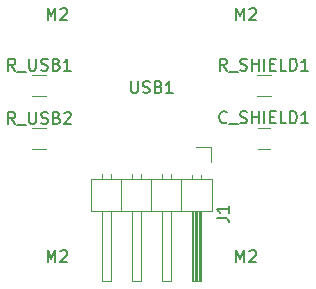
<source format=gto>
G04 #@! TF.GenerationSoftware,KiCad,Pcbnew,(5.0.2)-1*
G04 #@! TF.CreationDate,2019-01-03T01:23:23-08:00*
G04 #@! TF.ProjectId,usb breakouts,75736220-6272-4656-916b-6f7574732e6b,rev?*
G04 #@! TF.SameCoordinates,Original*
G04 #@! TF.FileFunction,Legend,Top*
G04 #@! TF.FilePolarity,Positive*
%FSLAX46Y46*%
G04 Gerber Fmt 4.6, Leading zero omitted, Abs format (unit mm)*
G04 Created by KiCad (PCBNEW (5.0.2)-1) date 1/3/2019 1:23:23 AM*
%MOMM*%
%LPD*%
G01*
G04 APERTURE LIST*
%ADD10C,0.120000*%
%ADD11C,0.150000*%
G04 APERTURE END LIST*
D10*
G04 #@! TO.C,C_SHIELD1*
X23000000Y-13850000D02*
X24000000Y-13850000D01*
X24000000Y-12150000D02*
X23000000Y-12150000D01*
G04 #@! TO.C,J1*
X19070000Y-13730000D02*
X19070000Y-15000000D01*
X17800000Y-13730000D02*
X19070000Y-13730000D01*
X9800000Y-16042929D02*
X9800000Y-16440000D01*
X10560000Y-16042929D02*
X10560000Y-16440000D01*
X9800000Y-25100000D02*
X9800000Y-19100000D01*
X10560000Y-25100000D02*
X9800000Y-25100000D01*
X10560000Y-19100000D02*
X10560000Y-25100000D01*
X11450000Y-16440000D02*
X11450000Y-19100000D01*
X12340000Y-16042929D02*
X12340000Y-16440000D01*
X13100000Y-16042929D02*
X13100000Y-16440000D01*
X12340000Y-25100000D02*
X12340000Y-19100000D01*
X13100000Y-25100000D02*
X12340000Y-25100000D01*
X13100000Y-19100000D02*
X13100000Y-25100000D01*
X13990000Y-16440000D02*
X13990000Y-19100000D01*
X14880000Y-16042929D02*
X14880000Y-16440000D01*
X15640000Y-16042929D02*
X15640000Y-16440000D01*
X14880000Y-25100000D02*
X14880000Y-19100000D01*
X15640000Y-25100000D02*
X14880000Y-25100000D01*
X15640000Y-19100000D02*
X15640000Y-25100000D01*
X16530000Y-16440000D02*
X16530000Y-19100000D01*
X17420000Y-16110000D02*
X17420000Y-16440000D01*
X18180000Y-16110000D02*
X18180000Y-16440000D01*
X17520000Y-19100000D02*
X17520000Y-25100000D01*
X17640000Y-19100000D02*
X17640000Y-25100000D01*
X17760000Y-19100000D02*
X17760000Y-25100000D01*
X17880000Y-19100000D02*
X17880000Y-25100000D01*
X18000000Y-19100000D02*
X18000000Y-25100000D01*
X18120000Y-19100000D02*
X18120000Y-25100000D01*
X17420000Y-25100000D02*
X17420000Y-19100000D01*
X18180000Y-25100000D02*
X17420000Y-25100000D01*
X18180000Y-19100000D02*
X18180000Y-25100000D01*
X19130000Y-19100000D02*
X19130000Y-16440000D01*
X8850000Y-19100000D02*
X19130000Y-19100000D01*
X8850000Y-16440000D02*
X8850000Y-19100000D01*
X19130000Y-16440000D02*
X8850000Y-16440000D01*
G04 #@! TO.C,R_SHIELD1*
X22900000Y-7620000D02*
X24100000Y-7620000D01*
X24100000Y-9380000D02*
X22900000Y-9380000D01*
G04 #@! TO.C,R_USB1*
X3900000Y-7620000D02*
X5100000Y-7620000D01*
X5100000Y-9380000D02*
X3900000Y-9380000D01*
G04 #@! TO.C,R_USB2*
X5100000Y-13880000D02*
X3900000Y-13880000D01*
X3900000Y-12120000D02*
X5100000Y-12120000D01*
G04 #@! TO.C,M2*
D11*
X21190476Y-23452380D02*
X21190476Y-22452380D01*
X21523809Y-23166666D01*
X21857142Y-22452380D01*
X21857142Y-23452380D01*
X22285714Y-22547619D02*
X22333333Y-22500000D01*
X22428571Y-22452380D01*
X22666666Y-22452380D01*
X22761904Y-22500000D01*
X22809523Y-22547619D01*
X22857142Y-22642857D01*
X22857142Y-22738095D01*
X22809523Y-22880952D01*
X22238095Y-23452380D01*
X22857142Y-23452380D01*
X5190476Y-23452380D02*
X5190476Y-22452380D01*
X5523809Y-23166666D01*
X5857142Y-22452380D01*
X5857142Y-23452380D01*
X6285714Y-22547619D02*
X6333333Y-22500000D01*
X6428571Y-22452380D01*
X6666666Y-22452380D01*
X6761904Y-22500000D01*
X6809523Y-22547619D01*
X6857142Y-22642857D01*
X6857142Y-22738095D01*
X6809523Y-22880952D01*
X6238095Y-23452380D01*
X6857142Y-23452380D01*
X21190476Y-2952380D02*
X21190476Y-1952380D01*
X21523809Y-2666666D01*
X21857142Y-1952380D01*
X21857142Y-2952380D01*
X22285714Y-2047619D02*
X22333333Y-2000000D01*
X22428571Y-1952380D01*
X22666666Y-1952380D01*
X22761904Y-2000000D01*
X22809523Y-2047619D01*
X22857142Y-2142857D01*
X22857142Y-2238095D01*
X22809523Y-2380952D01*
X22238095Y-2952380D01*
X22857142Y-2952380D01*
X5190476Y-2952380D02*
X5190476Y-1952380D01*
X5523809Y-2666666D01*
X5857142Y-1952380D01*
X5857142Y-2952380D01*
X6285714Y-2047619D02*
X6333333Y-2000000D01*
X6428571Y-1952380D01*
X6666666Y-1952380D01*
X6761904Y-2000000D01*
X6809523Y-2047619D01*
X6857142Y-2142857D01*
X6857142Y-2238095D01*
X6809523Y-2380952D01*
X6238095Y-2952380D01*
X6857142Y-2952380D01*
G04 #@! TO.C,C_SHIELD1*
X20357142Y-11607142D02*
X20309523Y-11654761D01*
X20166666Y-11702380D01*
X20071428Y-11702380D01*
X19928571Y-11654761D01*
X19833333Y-11559523D01*
X19785714Y-11464285D01*
X19738095Y-11273809D01*
X19738095Y-11130952D01*
X19785714Y-10940476D01*
X19833333Y-10845238D01*
X19928571Y-10750000D01*
X20071428Y-10702380D01*
X20166666Y-10702380D01*
X20309523Y-10750000D01*
X20357142Y-10797619D01*
X20547619Y-11797619D02*
X21309523Y-11797619D01*
X21500000Y-11654761D02*
X21642857Y-11702380D01*
X21880952Y-11702380D01*
X21976190Y-11654761D01*
X22023809Y-11607142D01*
X22071428Y-11511904D01*
X22071428Y-11416666D01*
X22023809Y-11321428D01*
X21976190Y-11273809D01*
X21880952Y-11226190D01*
X21690476Y-11178571D01*
X21595238Y-11130952D01*
X21547619Y-11083333D01*
X21500000Y-10988095D01*
X21500000Y-10892857D01*
X21547619Y-10797619D01*
X21595238Y-10750000D01*
X21690476Y-10702380D01*
X21928571Y-10702380D01*
X22071428Y-10750000D01*
X22500000Y-11702380D02*
X22500000Y-10702380D01*
X22500000Y-11178571D02*
X23071428Y-11178571D01*
X23071428Y-11702380D02*
X23071428Y-10702380D01*
X23547619Y-11702380D02*
X23547619Y-10702380D01*
X24023809Y-11178571D02*
X24357142Y-11178571D01*
X24500000Y-11702380D02*
X24023809Y-11702380D01*
X24023809Y-10702380D01*
X24500000Y-10702380D01*
X25404761Y-11702380D02*
X24928571Y-11702380D01*
X24928571Y-10702380D01*
X25738095Y-11702380D02*
X25738095Y-10702380D01*
X25976190Y-10702380D01*
X26119047Y-10750000D01*
X26214285Y-10845238D01*
X26261904Y-10940476D01*
X26309523Y-11130952D01*
X26309523Y-11273809D01*
X26261904Y-11464285D01*
X26214285Y-11559523D01*
X26119047Y-11654761D01*
X25976190Y-11702380D01*
X25738095Y-11702380D01*
X27261904Y-11702380D02*
X26690476Y-11702380D01*
X26976190Y-11702380D02*
X26976190Y-10702380D01*
X26880952Y-10845238D01*
X26785714Y-10940476D01*
X26690476Y-10988095D01*
G04 #@! TO.C,J1*
X19522380Y-19718333D02*
X20236666Y-19718333D01*
X20379523Y-19765952D01*
X20474761Y-19861190D01*
X20522380Y-20004047D01*
X20522380Y-20099285D01*
X20522380Y-18718333D02*
X20522380Y-19289761D01*
X20522380Y-19004047D02*
X19522380Y-19004047D01*
X19665238Y-19099285D01*
X19760476Y-19194523D01*
X19808095Y-19289761D01*
G04 #@! TO.C,R_SHIELD1*
X20357142Y-7252380D02*
X20023809Y-6776190D01*
X19785714Y-7252380D02*
X19785714Y-6252380D01*
X20166666Y-6252380D01*
X20261904Y-6300000D01*
X20309523Y-6347619D01*
X20357142Y-6442857D01*
X20357142Y-6585714D01*
X20309523Y-6680952D01*
X20261904Y-6728571D01*
X20166666Y-6776190D01*
X19785714Y-6776190D01*
X20547619Y-7347619D02*
X21309523Y-7347619D01*
X21500000Y-7204761D02*
X21642857Y-7252380D01*
X21880952Y-7252380D01*
X21976190Y-7204761D01*
X22023809Y-7157142D01*
X22071428Y-7061904D01*
X22071428Y-6966666D01*
X22023809Y-6871428D01*
X21976190Y-6823809D01*
X21880952Y-6776190D01*
X21690476Y-6728571D01*
X21595238Y-6680952D01*
X21547619Y-6633333D01*
X21500000Y-6538095D01*
X21500000Y-6442857D01*
X21547619Y-6347619D01*
X21595238Y-6300000D01*
X21690476Y-6252380D01*
X21928571Y-6252380D01*
X22071428Y-6300000D01*
X22500000Y-7252380D02*
X22500000Y-6252380D01*
X22500000Y-6728571D02*
X23071428Y-6728571D01*
X23071428Y-7252380D02*
X23071428Y-6252380D01*
X23547619Y-7252380D02*
X23547619Y-6252380D01*
X24023809Y-6728571D02*
X24357142Y-6728571D01*
X24500000Y-7252380D02*
X24023809Y-7252380D01*
X24023809Y-6252380D01*
X24500000Y-6252380D01*
X25404761Y-7252380D02*
X24928571Y-7252380D01*
X24928571Y-6252380D01*
X25738095Y-7252380D02*
X25738095Y-6252380D01*
X25976190Y-6252380D01*
X26119047Y-6300000D01*
X26214285Y-6395238D01*
X26261904Y-6490476D01*
X26309523Y-6680952D01*
X26309523Y-6823809D01*
X26261904Y-7014285D01*
X26214285Y-7109523D01*
X26119047Y-7204761D01*
X25976190Y-7252380D01*
X25738095Y-7252380D01*
X27261904Y-7252380D02*
X26690476Y-7252380D01*
X26976190Y-7252380D02*
X26976190Y-6252380D01*
X26880952Y-6395238D01*
X26785714Y-6490476D01*
X26690476Y-6538095D01*
G04 #@! TO.C,R_USB1*
X2452380Y-7252380D02*
X2119047Y-6776190D01*
X1880952Y-7252380D02*
X1880952Y-6252380D01*
X2261904Y-6252380D01*
X2357142Y-6300000D01*
X2404761Y-6347619D01*
X2452380Y-6442857D01*
X2452380Y-6585714D01*
X2404761Y-6680952D01*
X2357142Y-6728571D01*
X2261904Y-6776190D01*
X1880952Y-6776190D01*
X2642857Y-7347619D02*
X3404761Y-7347619D01*
X3642857Y-6252380D02*
X3642857Y-7061904D01*
X3690476Y-7157142D01*
X3738095Y-7204761D01*
X3833333Y-7252380D01*
X4023809Y-7252380D01*
X4119047Y-7204761D01*
X4166666Y-7157142D01*
X4214285Y-7061904D01*
X4214285Y-6252380D01*
X4642857Y-7204761D02*
X4785714Y-7252380D01*
X5023809Y-7252380D01*
X5119047Y-7204761D01*
X5166666Y-7157142D01*
X5214285Y-7061904D01*
X5214285Y-6966666D01*
X5166666Y-6871428D01*
X5119047Y-6823809D01*
X5023809Y-6776190D01*
X4833333Y-6728571D01*
X4738095Y-6680952D01*
X4690476Y-6633333D01*
X4642857Y-6538095D01*
X4642857Y-6442857D01*
X4690476Y-6347619D01*
X4738095Y-6300000D01*
X4833333Y-6252380D01*
X5071428Y-6252380D01*
X5214285Y-6300000D01*
X5976190Y-6728571D02*
X6119047Y-6776190D01*
X6166666Y-6823809D01*
X6214285Y-6919047D01*
X6214285Y-7061904D01*
X6166666Y-7157142D01*
X6119047Y-7204761D01*
X6023809Y-7252380D01*
X5642857Y-7252380D01*
X5642857Y-6252380D01*
X5976190Y-6252380D01*
X6071428Y-6300000D01*
X6119047Y-6347619D01*
X6166666Y-6442857D01*
X6166666Y-6538095D01*
X6119047Y-6633333D01*
X6071428Y-6680952D01*
X5976190Y-6728571D01*
X5642857Y-6728571D01*
X7166666Y-7252380D02*
X6595238Y-7252380D01*
X6880952Y-7252380D02*
X6880952Y-6252380D01*
X6785714Y-6395238D01*
X6690476Y-6490476D01*
X6595238Y-6538095D01*
G04 #@! TO.C,R_USB2*
X2452380Y-11752380D02*
X2119047Y-11276190D01*
X1880952Y-11752380D02*
X1880952Y-10752380D01*
X2261904Y-10752380D01*
X2357142Y-10800000D01*
X2404761Y-10847619D01*
X2452380Y-10942857D01*
X2452380Y-11085714D01*
X2404761Y-11180952D01*
X2357142Y-11228571D01*
X2261904Y-11276190D01*
X1880952Y-11276190D01*
X2642857Y-11847619D02*
X3404761Y-11847619D01*
X3642857Y-10752380D02*
X3642857Y-11561904D01*
X3690476Y-11657142D01*
X3738095Y-11704761D01*
X3833333Y-11752380D01*
X4023809Y-11752380D01*
X4119047Y-11704761D01*
X4166666Y-11657142D01*
X4214285Y-11561904D01*
X4214285Y-10752380D01*
X4642857Y-11704761D02*
X4785714Y-11752380D01*
X5023809Y-11752380D01*
X5119047Y-11704761D01*
X5166666Y-11657142D01*
X5214285Y-11561904D01*
X5214285Y-11466666D01*
X5166666Y-11371428D01*
X5119047Y-11323809D01*
X5023809Y-11276190D01*
X4833333Y-11228571D01*
X4738095Y-11180952D01*
X4690476Y-11133333D01*
X4642857Y-11038095D01*
X4642857Y-10942857D01*
X4690476Y-10847619D01*
X4738095Y-10800000D01*
X4833333Y-10752380D01*
X5071428Y-10752380D01*
X5214285Y-10800000D01*
X5976190Y-11228571D02*
X6119047Y-11276190D01*
X6166666Y-11323809D01*
X6214285Y-11419047D01*
X6214285Y-11561904D01*
X6166666Y-11657142D01*
X6119047Y-11704761D01*
X6023809Y-11752380D01*
X5642857Y-11752380D01*
X5642857Y-10752380D01*
X5976190Y-10752380D01*
X6071428Y-10800000D01*
X6119047Y-10847619D01*
X6166666Y-10942857D01*
X6166666Y-11038095D01*
X6119047Y-11133333D01*
X6071428Y-11180952D01*
X5976190Y-11228571D01*
X5642857Y-11228571D01*
X6595238Y-10847619D02*
X6642857Y-10800000D01*
X6738095Y-10752380D01*
X6976190Y-10752380D01*
X7071428Y-10800000D01*
X7119047Y-10847619D01*
X7166666Y-10942857D01*
X7166666Y-11038095D01*
X7119047Y-11180952D01*
X6547619Y-11752380D01*
X7166666Y-11752380D01*
G04 #@! TO.C,USB1*
X12261904Y-8152380D02*
X12261904Y-8961904D01*
X12309523Y-9057142D01*
X12357142Y-9104761D01*
X12452380Y-9152380D01*
X12642857Y-9152380D01*
X12738095Y-9104761D01*
X12785714Y-9057142D01*
X12833333Y-8961904D01*
X12833333Y-8152380D01*
X13261904Y-9104761D02*
X13404761Y-9152380D01*
X13642857Y-9152380D01*
X13738095Y-9104761D01*
X13785714Y-9057142D01*
X13833333Y-8961904D01*
X13833333Y-8866666D01*
X13785714Y-8771428D01*
X13738095Y-8723809D01*
X13642857Y-8676190D01*
X13452380Y-8628571D01*
X13357142Y-8580952D01*
X13309523Y-8533333D01*
X13261904Y-8438095D01*
X13261904Y-8342857D01*
X13309523Y-8247619D01*
X13357142Y-8200000D01*
X13452380Y-8152380D01*
X13690476Y-8152380D01*
X13833333Y-8200000D01*
X14595238Y-8628571D02*
X14738095Y-8676190D01*
X14785714Y-8723809D01*
X14833333Y-8819047D01*
X14833333Y-8961904D01*
X14785714Y-9057142D01*
X14738095Y-9104761D01*
X14642857Y-9152380D01*
X14261904Y-9152380D01*
X14261904Y-8152380D01*
X14595238Y-8152380D01*
X14690476Y-8200000D01*
X14738095Y-8247619D01*
X14785714Y-8342857D01*
X14785714Y-8438095D01*
X14738095Y-8533333D01*
X14690476Y-8580952D01*
X14595238Y-8628571D01*
X14261904Y-8628571D01*
X15785714Y-9152380D02*
X15214285Y-9152380D01*
X15500000Y-9152380D02*
X15500000Y-8152380D01*
X15404761Y-8295238D01*
X15309523Y-8390476D01*
X15214285Y-8438095D01*
G04 #@! TD*
M02*

</source>
